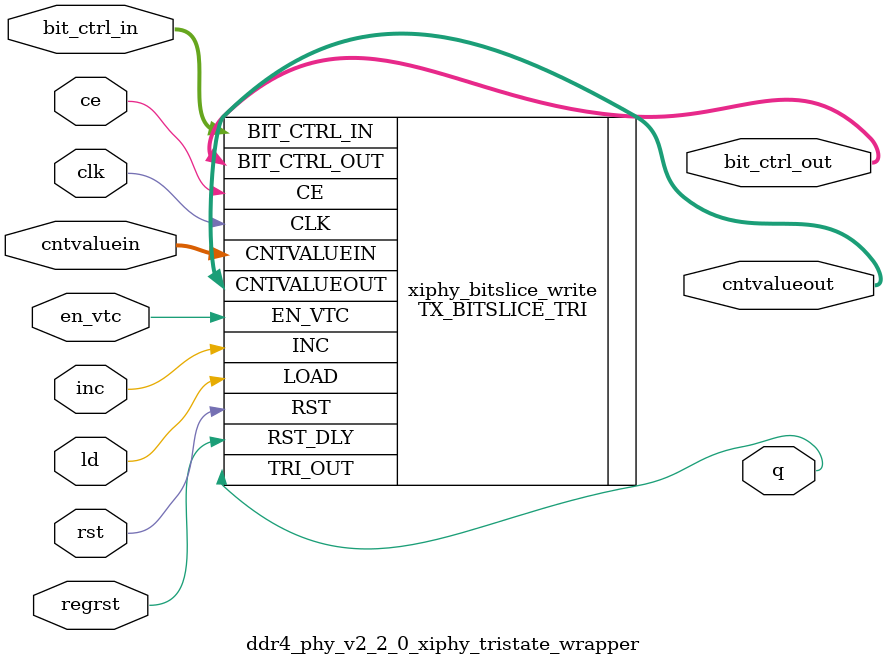
<source format=sv>

`timescale 1ps / 1ps

module ddr4_phy_v2_2_0_xiphy_tristate_wrapper #(

   parameter integer   DATA_WIDTH	= 8,           //8, 4, 1-bit interface 
   parameter           INIT             = 1'b0,        //Initial Oserdes value
   parameter           DELAY_TYPE       = "FIXED",     //FIXED, VAR_LOAD, VARIABLE type of ODELAY     
   parameter           DELAY_FORMAT     = "TIME",      //TIME (mc_fixed_dly_ratio = (2*9)*(1000000/REFCLK_FREQ/DELAY_VAL), COUNT (mc_fixed_delay_ratio={9'b0, DELAY_VAL})
   parameter           UPDATE_MODE      = "ASYNC",     //ASYNC (mc_le_manual=0,mc_le_async=1), SYNC(mc_le_manual=0,mc_le_sync=0), MANUAL (mc_le_manual=1,mc_le_async=0)
   parameter           DELAY_VAL        = 0,           //0 to 1250 ps
   parameter real      REFCLK_FREQ	= 300.0,       //300-2667 MHz
   parameter           OUTPUT_PHASE_90  = "FALSE",      //Delay DQ phase by 90 wrt write DQS
   parameter           NATIVE_ODELAY_BYPASS  = "FALSE",     //Delay DQ phase by 90 wrt write DQS
   parameter           SIM_DEVICE            = "ULTRASCALE"
) (
  input          ce,                 // odelay ce
  input          clk,                // odelay clk
  input          inc,                // odelay inc
  input          ld,                 // odelay ld
  input  [8:0]   cntvaluein,         // odelay 
  output [8:0]   cntvalueout,        // odelay cntvalueout
  output         q,                  // TX q output
  input          regrst,             // odelay reset
  input          rst,                // oserdes reset
  input          en_vtc,             // odelay en_vtc
  //Ribbon cable input bus from bitslice control 
//  input  [3:0]   nib_ctrl_in,        // {ddr_clk, div2_clk, div4_clk, ctrl_clk}  

  //Ribbon cable per-bit input bus from bitslice control 
  input  [39:0]  bit_ctrl_in,
  // {div4_clk, div2_clk, ddr_clk, force_oe_b, d[7:0], ctl2bs_tx_ddr_phase_sel, tx_bs_reset, tx_mux_360_p_sel, tx_mux_360_n_sel, tx_mux_720_p0_sel, tx_mux_720_p1_sel, tx_mux_720_p2_sel, tx_mux_720_p3_sel, 
  //toggle_div2_sel, ctl2bs_dynamic_mode_en, ctrl_ce, ctrl_inc, ctrl_ld, ctrl_dly[8:0], ctrl_clk}  

  //Ribbon cable per-bit output bus to bitslice control 
  //{bs2ctl_tx_ddr_phase_sel, vtc_ready, cntvalueout[8:0]}         
//  input  [10:0]  bit_ctrl_out 
  output  [39:0]  bit_ctrl_out

);

`ifdef ULTRASCALE_PHY_BLH
B_TX_BITSLICE_TRI #(
`else
TX_BITSLICE_TRI #(
`endif
   .DATA_WIDTH              (DATA_WIDTH),       //8, 2, 1
   .DELAY_FORMAT            (DELAY_FORMAT),     //TIME, COUNT
   .UPDATE_MODE             (UPDATE_MODE),      //SYNC, ASYNC, MANUAL 
   .INIT	                (INIT),             //Initial Oserdes value             
   .DELAY_TYPE   	        (DELAY_TYPE),       //FIXED, VAR_LOAD, VARIABLE
   .DELAY_VALUE	            (DELAY_VAL),        //0 to 1250 ps
   .REFCLK_FREQUENCY	    (REFCLK_FREQ),      //300-2667
   .OUTPUT_PHASE_90	        (OUTPUT_PHASE_90),   //delay output phase by 90
`ifndef ULTRASCALE_PHY_BLH
   .SIM_DEVICE              (SIM_DEVICE),
`endif
   .NATIVE_ODELAY_BYPASS    (NATIVE_ODELAY_BYPASS)
) 
xiphy_bitslice_write
(
   .CE                      (ce),
   .CLK                     (clk),
   .INC                     (inc),
   .LOAD                    (ld),
   .CNTVALUEIN              (cntvaluein),
   .CNTVALUEOUT             (cntvalueout),
   .TRI_OUT                 (q),
   .RST_DLY                 (regrst),
   .RST                     (rst),
   .EN_VTC                  (en_vtc),
 //  .NIB_CTRL_IN             (nib_ctrl_in),
   .BIT_CTRL_IN             (bit_ctrl_in),
   .BIT_CTRL_OUT            (bit_ctrl_out)
);

endmodule


</source>
